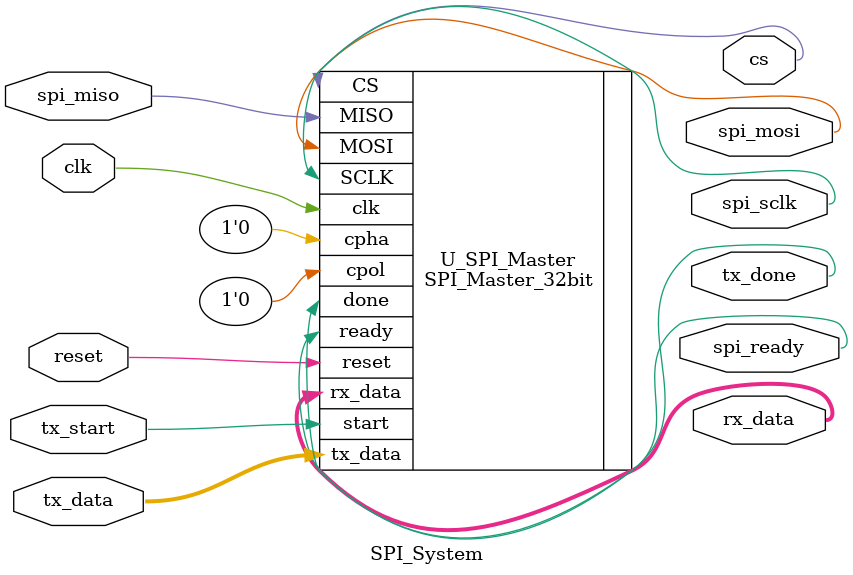
<source format=v>
`timescale 1ns / 1ps

module SPI_System (
    input wire clk,
    input wire reset,

    // SPI interface
    output wire spi_sclk,
    output wire spi_mosi,
    input  wire spi_miso,
    output wire cs,

    // User control
    input wire [31:0] tx_data,
    input wire tx_start,

    // Status output
    output wire [31:0] rx_data,
    output wire tx_done,
    output wire spi_ready
);

    SPI_Master_32bit U_SPI_Master (
        .clk    (clk),
        .reset  (reset),
        .cpol   (1'b0),
        .cpha   (1'b0),
        .start  (tx_start),
        .tx_data(tx_data),
        .rx_data(rx_data),
        .done   (tx_done),
        .ready  (spi_ready),
        .SCLK   (spi_sclk),
        .MOSI   (spi_mosi),
        .MISO   (spi_miso),
        .CS     (cs)
    );

endmodule

</source>
